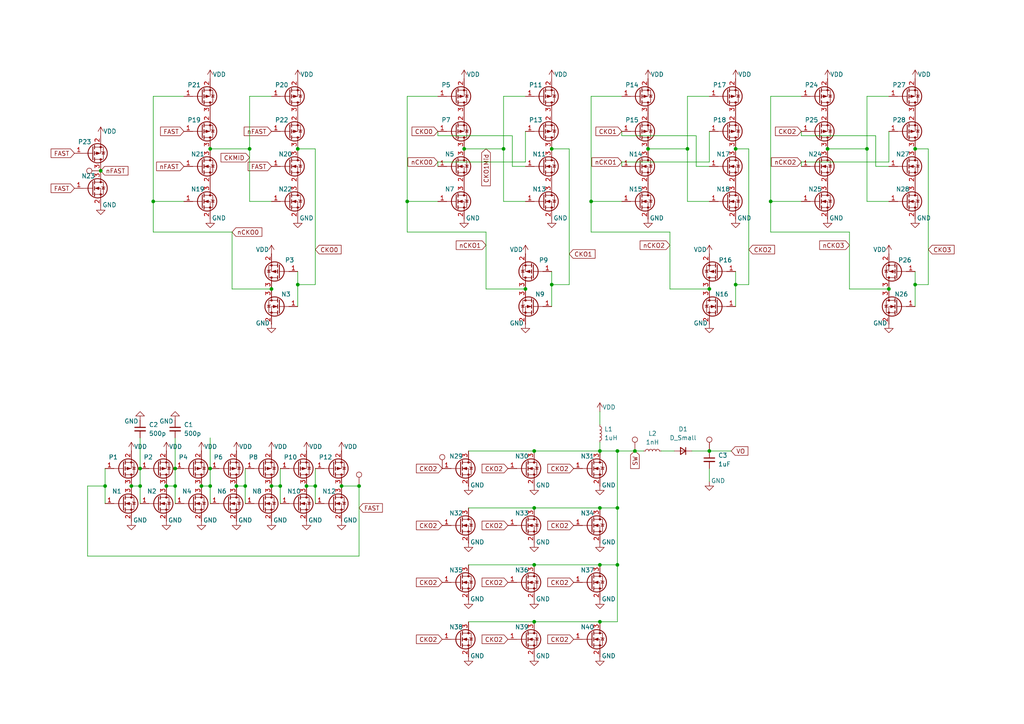
<source format=kicad_sch>
(kicad_sch (version 20250114) (generator "eeschema") (generator_version "9.0")
  (paper "A4")
  (junction (at 173.99 163.83))
  (junction (at 118.11 58.42))
  (junction (at 71.12 140.97))
  (junction (at 72.39 43.18))
  (junction (at 60.96 135.89))
  (junction (at 60.96 140.97))
  (junction (at 179.07 163.83))
  (junction (at 205.74 130.81))
  (junction (at 160.02 43.18))
  (junction (at 40.64 140.97))
  (junction (at 160.02 82.55))
  (junction (at 223.52 58.42))
  (junction (at 154.94 180.34))
  (junction (at 257.81 83.82))
  (junction (at 251.46 43.18))
  (junction (at 265.43 82.55))
  (junction (at 205.74 83.82))
  (junction (at 60.96 43.18))
  (junction (at 213.36 82.55))
  (junction (at 171.45 58.42))
  (junction (at 173.99 147.32))
  (junction (at 146.05 43.18))
  (junction (at 88.9 140.97))
  (junction (at 50.8 135.89))
  (junction (at 38.1 140.97))
  (junction (at 152.4 83.82))
  (junction (at 86.36 43.18))
  (junction (at 154.94 147.32))
  (junction (at 40.64 135.89))
  (junction (at 48.26 140.97))
  (junction (at 173.99 130.81))
  (junction (at 154.94 130.81))
  (junction (at 154.94 163.83))
  (junction (at 81.28 140.97))
  (junction (at 99.06 140.97))
  (junction (at 78.74 140.97))
  (junction (at 29.21 49.53))
  (junction (at 179.07 130.81))
  (junction (at 44.45 58.42))
  (junction (at 86.36 82.55))
  (junction (at 265.43 43.18))
  (junction (at 240.03 43.18))
  (junction (at 184.15 130.81))
  (junction (at 187.96 43.18))
  (junction (at 179.07 147.32))
  (junction (at 134.62 43.18))
  (junction (at 104.14 140.97))
  (junction (at 91.44 140.97))
  (junction (at 213.36 43.18))
  (junction (at 199.39 43.18))
  (junction (at 78.74 83.82))
  (junction (at 30.48 140.97))
  (junction (at 58.42 140.97))
  (junction (at 173.99 180.34))
  (junction (at 50.8 140.97))
  (junction (at 68.58 140.97))
  (wire (pts (xy 205.74 38.1) (xy 205.74 46.99)))
  (wire (pts (xy 213.36 82.55) (xy 217.17 82.55)))
  (wire (pts (xy 257.81 46.99) (xy 232.41 46.99)))
  (wire (pts (xy 251.46 43.18) (xy 251.46 58.42)))
  (wire (pts (xy 86.36 78.74) (xy 86.36 82.55)))
  (wire (pts (xy 50.8 135.89) (xy 50.8 140.97)))
  (wire (pts (xy 44.45 27.94) (xy 44.45 58.42)))
  (wire (pts (xy 254 48.26) (xy 257.81 48.26)))
  (wire (pts (xy 146.05 43.18) (xy 146.05 58.42)))
  (wire (pts (xy 179.07 163.83) (xy 179.07 180.34)))
  (wire (pts (xy 25.4 161.29) (xy 104.14 161.29)))
  (wire (pts (xy 232.41 27.94) (xy 223.52 27.94)))
  (wire (pts (xy 173.99 119.38) (xy 173.99 123.19)))
  (wire (pts (xy 50.8 140.97) (xy 50.8 146.05)))
  (wire (pts (xy 160.02 82.55) (xy 165.1 82.55)))
  (wire (pts (xy 134.62 43.18) (xy 146.05 43.18)))
  (wire (pts (xy 265.43 82.55) (xy 265.43 88.9)))
  (wire (pts (xy 60.96 140.97) (xy 60.96 135.89)))
  (wire (pts (xy 160.02 82.55) (xy 160.02 88.9)))
  (wire (pts (xy 48.26 140.97) (xy 50.8 140.97)))
  (wire (pts (xy 50.8 127) (xy 50.8 135.89)))
  (wire (pts (xy 81.28 140.97) (xy 81.28 146.05)))
  (wire (pts (xy 269.24 43.18) (xy 269.24 82.55)))
  (wire (pts (xy 86.36 43.18) (xy 91.44 43.18)))
  (wire (pts (xy 201.93 48.26) (xy 205.74 48.26)))
  (wire (pts (xy 44.45 67.31) (xy 67.31 67.31)))
  (wire (pts (xy 25.4 140.97) (xy 25.4 161.29)))
  (wire (pts (xy 118.11 67.31) (xy 118.11 58.42)))
  (wire (pts (xy 135.89 180.34) (xy 154.94 180.34)))
  (wire (pts (xy 212.09 130.81) (xy 205.74 130.81)))
  (wire (pts (xy 104.14 140.97) (xy 104.14 161.29)))
  (wire (pts (xy 246.38 83.82) (xy 257.81 83.82)))
  (wire (pts (xy 194.31 83.82) (xy 205.74 83.82)))
  (wire (pts (xy 91.44 43.18) (xy 91.44 82.55)))
  (wire (pts (xy 30.48 135.89) (xy 30.48 140.97)))
  (wire (pts (xy 240.03 43.18) (xy 251.46 43.18)))
  (wire (pts (xy 187.96 43.18) (xy 199.39 43.18)))
  (wire (pts (xy 173.99 130.81) (xy 173.99 132.08)))
  (wire (pts (xy 184.15 130.81) (xy 186.69 130.81)))
  (wire (pts (xy 180.34 27.94) (xy 171.45 27.94)))
  (wire (pts (xy 60.96 43.18) (xy 72.39 43.18)))
  (wire (pts (xy 165.1 43.18) (xy 165.1 82.55)))
  (wire (pts (xy 154.94 147.32) (xy 173.99 147.32)))
  (wire (pts (xy 81.28 135.89) (xy 81.28 140.97)))
  (wire (pts (xy 68.58 140.97) (xy 71.12 140.97)))
  (wire (pts (xy 135.89 147.32) (xy 154.94 147.32)))
  (wire (pts (xy 232.41 46.99) (xy 232.41 48.26)))
  (wire (pts (xy 78.74 27.94) (xy 72.39 27.94)))
  (wire (pts (xy 194.31 67.31) (xy 194.31 83.82)))
  (wire (pts (xy 152.4 46.99) (xy 127 46.99)))
  (wire (pts (xy 72.39 27.94) (xy 72.39 43.18)))
  (wire (pts (xy 180.34 46.99) (xy 180.34 48.26)))
  (wire (pts (xy 118.11 27.94) (xy 118.11 58.42)))
  (wire (pts (xy 91.44 140.97) (xy 91.44 135.89)))
  (wire (pts (xy 180.34 38.1) (xy 180.34 39.37)))
  (wire (pts (xy 160.02 43.18) (xy 165.1 43.18)))
  (wire (pts (xy 118.11 67.31) (xy 140.97 67.31)))
  (wire (pts (xy 88.9 140.97) (xy 91.44 140.97)))
  (wire (pts (xy 99.06 140.97) (xy 104.14 140.97)))
  (wire (pts (xy 199.39 58.42) (xy 205.74 58.42)))
  (wire (pts (xy 60.96 140.97) (xy 60.96 146.05)))
  (wire (pts (xy 223.52 27.94) (xy 223.52 58.42)))
  (wire (pts (xy 173.99 130.81) (xy 179.07 130.81)))
  (wire (pts (xy 152.4 27.94) (xy 146.05 27.94)))
  (wire (pts (xy 127 46.99) (xy 127 48.26)))
  (wire (pts (xy 205.74 139.7) (xy 205.74 135.89)))
  (wire (pts (xy 135.89 163.83) (xy 154.94 163.83)))
  (wire (pts (xy 148.59 48.26) (xy 152.4 48.26)))
  (wire (pts (xy 118.11 58.42) (xy 127 58.42)))
  (wire (pts (xy 154.94 163.83) (xy 173.99 163.83)))
  (wire (pts (xy 140.97 67.31) (xy 140.97 83.82)))
  (wire (pts (xy 173.99 128.27) (xy 173.99 130.81)))
  (wire (pts (xy 265.43 82.55) (xy 269.24 82.55)))
  (wire (pts (xy 179.07 130.81) (xy 184.15 130.81)))
  (wire (pts (xy 171.45 67.31) (xy 194.31 67.31)))
  (wire (pts (xy 171.45 27.94) (xy 171.45 58.42)))
  (wire (pts (xy 152.4 38.1) (xy 152.4 46.99)))
  (wire (pts (xy 217.17 43.18) (xy 217.17 82.55)))
  (wire (pts (xy 58.42 140.97) (xy 60.96 140.97)))
  (wire (pts (xy 232.41 39.37) (xy 254 39.37)))
  (wire (pts (xy 127 38.1) (xy 127 39.37)))
  (wire (pts (xy 154.94 130.81) (xy 173.99 130.81)))
  (wire (pts (xy 171.45 58.42) (xy 180.34 58.42)))
  (wire (pts (xy 38.1 140.97) (xy 40.64 140.97)))
  (wire (pts (xy 254 39.37) (xy 254 48.26)))
  (wire (pts (xy 213.36 82.55) (xy 213.36 88.9)))
  (wire (pts (xy 86.36 82.55) (xy 86.36 88.9)))
  (wire (pts (xy 171.45 67.31) (xy 171.45 58.42)))
  (wire (pts (xy 140.97 83.82) (xy 152.4 83.82)))
  (wire (pts (xy 44.45 67.31) (xy 44.45 58.42)))
  (wire (pts (xy 78.74 140.97) (xy 81.28 140.97)))
  (wire (pts (xy 146.05 27.94) (xy 146.05 43.18)))
  (wire (pts (xy 160.02 78.74) (xy 160.02 82.55)))
  (wire (pts (xy 191.77 130.81) (xy 195.58 130.81)))
  (wire (pts (xy 60.96 127) (xy 60.96 135.89)))
  (wire (pts (xy 232.41 38.1) (xy 232.41 39.37)))
  (wire (pts (xy 72.39 58.42) (xy 78.74 58.42)))
  (wire (pts (xy 67.31 83.82) (xy 78.74 83.82)))
  (wire (pts (xy 71.12 140.97) (xy 71.12 146.05)))
  (wire (pts (xy 223.52 67.31) (xy 223.52 58.42)))
  (wire (pts (xy 127 39.37) (xy 148.59 39.37)))
  (wire (pts (xy 251.46 58.42) (xy 257.81 58.42)))
  (wire (pts (xy 179.07 147.32) (xy 179.07 163.83)))
  (wire (pts (xy 205.74 46.99) (xy 180.34 46.99)))
  (wire (pts (xy 205.74 27.94) (xy 199.39 27.94)))
  (wire (pts (xy 201.93 39.37) (xy 201.93 48.26)))
  (wire (pts (xy 223.52 67.31) (xy 246.38 67.31)))
  (wire (pts (xy 40.64 140.97) (xy 40.64 135.89)))
  (wire (pts (xy 44.45 58.42) (xy 53.34 58.42)))
  (wire (pts (xy 199.39 43.18) (xy 199.39 58.42)))
  (wire (pts (xy 199.39 27.94) (xy 199.39 43.18)))
  (wire (pts (xy 213.36 43.18) (xy 217.17 43.18)))
  (wire (pts (xy 148.59 39.37) (xy 148.59 48.26)))
  (wire (pts (xy 40.64 127) (xy 40.64 135.89)))
  (wire (pts (xy 30.48 140.97) (xy 30.48 146.05)))
  (wire (pts (xy 67.31 67.31) (xy 67.31 83.82)))
  (wire (pts (xy 223.52 58.42) (xy 232.41 58.42)))
  (wire (pts (xy 265.43 78.74) (xy 265.43 82.55)))
  (wire (pts (xy 71.12 140.97) (xy 71.12 135.89)))
  (wire (pts (xy 173.99 147.32) (xy 179.07 147.32)))
  (wire (pts (xy 257.81 38.1) (xy 257.81 46.99)))
  (wire (pts (xy 173.99 180.34) (xy 179.07 180.34)))
  (wire (pts (xy 30.48 140.97) (xy 25.4 140.97)))
  (wire (pts (xy 135.89 130.81) (xy 154.94 130.81)))
  (wire (pts (xy 146.05 58.42) (xy 152.4 58.42)))
  (wire (pts (xy 180.34 39.37) (xy 201.93 39.37)))
  (wire (pts (xy 86.36 82.55) (xy 91.44 82.55)))
  (wire (pts (xy 205.74 130.81) (xy 200.66 130.81)))
  (wire (pts (xy 173.99 163.83) (xy 179.07 163.83)))
  (wire (pts (xy 257.81 27.94) (xy 251.46 27.94)))
  (wire (pts (xy 40.64 140.97) (xy 40.64 146.05)))
  (wire (pts (xy 251.46 27.94) (xy 251.46 43.18)))
  (wire (pts (xy 53.34 27.94) (xy 44.45 27.94)))
  (wire (pts (xy 179.07 130.81) (xy 179.07 147.32)))
  (wire (pts (xy 246.38 67.31) (xy 246.38 83.82)))
  (wire (pts (xy 127 27.94) (xy 118.11 27.94)))
  (wire (pts (xy 265.43 43.18) (xy 269.24 43.18)))
  (wire (pts (xy 72.39 43.18) (xy 72.39 58.42)))
  (wire (pts (xy 154.94 180.34) (xy 173.99 180.34)))
  (wire (pts (xy 213.36 78.74) (xy 213.36 82.55)))
  (wire (pts (xy 91.44 140.97) (xy 91.44 146.05)))
  (global_label "CKO2" (shape input) (at 232.41 38.1 180) (property "Intersheetrefs" "${INTERSHEET_REFS}" (effects (hide yes))))
  (global_label "CKO2" (shape input) (at 166.37 135.89 180) (property "Intersheetrefs" "${INTERSHEET_REFS}" (effects (hide yes))))
  (global_label "CKO2" (shape input) (at 147.32 135.89 180) (property "Intersheetrefs" "${INTERSHEET_REFS}" (effects (hide yes))))
  (global_label "CKO2" (shape input) (at 147.32 185.42 180) (property "Intersheetrefs" "${INTERSHEET_REFS}" (effects (hide yes))))
  (global_label "nCKO0" (shape input) (at 67.31 67.31 0) (property "Intersheetrefs" "${INTERSHEET_REFS}" (effects (hide yes))))
  (global_label "nFAST" (shape input) (at 29.21 49.53 0) (property "Intersheetrefs" "${INTERSHEET_REFS}" (effects (hide yes))))
  (global_label "FAST" (shape input) (at 104.14 147.32 0) (property "Intersheetrefs" "${INTERSHEET_REFS}" (effects (hide yes))))
  (global_label "CKO0" (shape input) (at 127 38.1 180) (property "Intersheetrefs" "${INTERSHEET_REFS}" (effects (hide yes))))
  (global_label "CKO2" (shape input) (at 128.27 185.42 180) (property "Intersheetrefs" "${INTERSHEET_REFS}" (effects (hide yes))))
  (global_label "CKO2" (shape input) (at 166.37 185.42 180) (property "Intersheetrefs" "${INTERSHEET_REFS}" (effects (hide yes))))
  (global_label "nCKO2" (shape input) (at 194.31 71.12 180) (property "Intersheetrefs" "${INTERSHEET_REFS}" (effects (hide yes))))
  (global_label "nCKO2" (shape input) (at 232.41 46.99 180) (property "Intersheetrefs" "${INTERSHEET_REFS}" (effects (hide yes))))
  (global_label "FAST" (shape input) (at 21.59 54.61 180) (property "Intersheetrefs" "${INTERSHEET_REFS}" (effects (hide yes))))
  (global_label "CKMID" (shape input) (at 72.39 45.72 180) (property "Intersheetrefs" "${INTERSHEET_REFS}" (effects (hide yes))))
  (global_label "CKO2" (shape input) (at 128.27 152.4 180) (property "Intersheetrefs" "${INTERSHEET_REFS}" (effects (hide yes))))
  (global_label "FAST" (shape input) (at 78.74 48.26 180) (property "Intersheetrefs" "${INTERSHEET_REFS}" (effects (hide yes))))
  (global_label "CKO2" (shape input) (at 128.27 168.91 180) (property "Intersheetrefs" "${INTERSHEET_REFS}" (effects (hide yes))))
  (global_label "CKO1" (shape input) (at 165.1 73.66 0) (property "Intersheetrefs" "${INTERSHEET_REFS}" (effects (hide yes))))
  (global_label "CKO2" (shape input) (at 128.27 135.89 180) (property "Intersheetrefs" "${INTERSHEET_REFS}" (effects (hide yes))))
  (global_label "CKO3" (shape input) (at 269.24 72.39 0) (property "Intersheetrefs" "${INTERSHEET_REFS}" (effects (hide yes))))
  (global_label "SW" (shape input) (at 184.15 130.81 270) (property "Intersheetrefs" "${INTERSHEET_REFS}" (effects (hide yes))))
  (global_label "CKO1" (shape input) (at 180.34 38.1 180) (property "Intersheetrefs" "${INTERSHEET_REFS}" (effects (hide yes))))
  (global_label "nCKO1" (shape input) (at 140.97 71.12 180) (property "Intersheetrefs" "${INTERSHEET_REFS}" (effects (hide yes))))
  (global_label "nCKO3" (shape input) (at 246.38 71.12 180) (property "Intersheetrefs" "${INTERSHEET_REFS}" (effects (hide yes))))
  (global_label "CKO2" (shape input) (at 147.32 152.4 180) (property "Intersheetrefs" "${INTERSHEET_REFS}" (effects (hide yes))))
  (global_label "CKO1Mid" (shape input) (at 140.97 43.18 270) (property "Intersheetrefs" "${INTERSHEET_REFS}" (effects (hide yes))))
  (global_label "CKO2" (shape input) (at 166.37 152.4 180) (property "Intersheetrefs" "${INTERSHEET_REFS}" (effects (hide yes))))
  (global_label "FAST" (shape input) (at 53.34 38.1 180) (property "Intersheetrefs" "${INTERSHEET_REFS}" (effects (hide yes))))
  (global_label "nCKO0" (shape input) (at 127 46.99 180) (property "Intersheetrefs" "${INTERSHEET_REFS}" (effects (hide yes))))
  (global_label "nFAST" (shape input) (at 78.74 38.1 180) (property "Intersheetrefs" "${INTERSHEET_REFS}" (effects (hide yes))))
  (global_label "CKO0" (shape input) (at 91.44 72.39 0) (property "Intersheetrefs" "${INTERSHEET_REFS}" (effects (hide yes))))
  (global_label "FAST" (shape input) (at 21.59 44.45 180) (property "Intersheetrefs" "${INTERSHEET_REFS}" (effects (hide yes))))
  (global_label "CKO2" (shape input) (at 147.32 168.91 180) (property "Intersheetrefs" "${INTERSHEET_REFS}" (effects (hide yes))))
  (global_label "VO" (shape input) (at 212.09 130.81 0) (property "Intersheetrefs" "${INTERSHEET_REFS}" (effects (hide yes))))
  (global_label "nFAST" (shape input) (at 53.34 48.26 180) (property "Intersheetrefs" "${INTERSHEET_REFS}" (effects (hide yes))))
  (global_label "nCKO1" (shape input) (at 180.34 46.99 180) (property "Intersheetrefs" "${INTERSHEET_REFS}" (effects (hide yes))))
  (global_label "CKO2" (shape input) (at 217.17 72.39 0) (property "Intersheetrefs" "${INTERSHEET_REFS}" (effects (hide yes))))
  (global_label "CKO2" (shape input) (at 166.37 168.91 180) (property "Intersheetrefs" "${INTERSHEET_REFS}" (effects (hide yes))))
  (symbol (lib_id "Device:Q_PMOS_GSD") (at 208.28 78.74 180) (unit 1)
    (property "Reference" "P16" (at 212.344 75.438 0) (effects (justify left)))
    (property "Value" "RZM001P02T2L" (effects (hide yes)))
    (property "Footprint" "cnhardware:SOT-723-COMPACTP" (effects (hide yes)))
    (property "Description" "P-MOSFET transistor, gate/source/drain" (effects (hide yes)))
    (property "LCSC" "C308762" (effects (hide yes)))
    (property "Sim.Device" "PMOS" (effects (hide yes)))
    (property "Sim.Type" "VDMOS" (effects (hide yes)))
    (property "Sim.Pins" "1=G 2=S 3=D" (effects (hide yes)))
  )
  (symbol (lib_id "Device:Q_NMOS_GSD") (at 133.35 185.42 0) (unit 1)
    (property "Reference" "N38" (at 130.302 181.864 0) (effects (justify left)))
    (property "Value" "2SK3541" (effects (hide yes)))
    (property "Footprint" "cnhardware:SOT-723-COMPACT" (effects (hide yes)))
    (property "Description" "N-MOSFET transistor, gate/source/drain" (effects (hide yes)))
    (property "LCSC" "C42402303" (effects (hide yes)))
    (property "Sim.Device" "NMOS" (effects (hide yes)))
    (property "Sim.Type" "VDMOS" (effects (hide yes)))
    (property "Sim.Pins" "1=G 2=S 3=D" (effects (hide yes)))
  )
  (symbol (lib_id "Device:Q_NMOS_GSD") (at 45.72 146.05 0) (unit 1)
    (property "Reference" "N2" (at 42.672 142.494 0) (effects (justify left)))
    (property "Value" "2SK3541" (effects (hide yes)))
    (property "Footprint" "cnhardware:SOT-723-COMPACT" (effects (hide yes)))
    (property "Description" "N-MOSFET transistor, gate/source/drain" (effects (hide yes)))
    (property "LCSC" "C42402303" (effects (hide yes)))
    (property "Sim.Device" "NMOS" (effects (hide yes)))
    (property "Sim.Type" "VDMOS" (effects (hide yes)))
    (property "Sim.Pins" "1=G 2=S 3=D" (effects (hide yes)))
  )
  (symbol (lib_id "Device:Q_PMOS_GSD") (at 185.42 38.1 0) (mirror x) (unit 1)
    (property "Reference" "P15" (at 181.356 34.798 0) (effects (justify left)))
    (property "Value" "RZM001P02T2L" (effects (hide yes)))
    (property "Footprint" "cnhardware:SOT-723-COMPACTP" (effects (hide yes)))
    (property "Description" "P-MOSFET transistor, gate/source/drain" (effects (hide yes)))
    (property "LCSC" "C308762" (effects (hide yes)))
    (property "Sim.Device" "PMOS" (effects (hide yes)))
    (property "Sim.Type" "VDMOS" (effects (hide yes)))
    (property "Sim.Pins" "1=G 2=S 3=D" (effects (hide yes)))
  )
  (symbol (lib_id "power:VDD") (at 152.4 73.66 0) (mirror y) (unit 1)
    (property "Reference" "#PWR09" (effects (hide yes)))
    (property "Value" "VDD" (at 147.828 72.39 0) (effects (justify right)))
    (property "Description" "Power symbol creates a global label with name \"VDD\"" (effects (hide yes)))
  )
  (symbol (lib_id "power:GND") (at 78.74 93.98 0) (mirror y) (unit 1)
    (property "Reference" "#PWR02" (effects (hide yes)))
    (property "Value" "GND" (at 76.2 93.726 0))
    (property "Description" "Power symbol creates a global label with name \"GND\" , ground" (effects (hide yes)))
  )
  (symbol (lib_id "Device:Q_NMOS_GSD") (at 55.88 146.05 0) (unit 1)
    (property "Reference" "N4" (at 52.832 142.494 0) (effects (justify left)))
    (property "Value" "2SK3541" (effects (hide yes)))
    (property "Footprint" "cnhardware:SOT-723-COMPACT" (effects (hide yes)))
    (property "Description" "N-MOSFET transistor, gate/source/drain" (effects (hide yes)))
    (property "LCSC" "C42402303" (effects (hide yes)))
    (property "Sim.Device" "NMOS" (effects (hide yes)))
    (property "Sim.Type" "VDMOS" (effects (hide yes)))
    (property "Sim.Pins" "1=G 2=S 3=D" (effects (hide yes)))
  )
  (symbol (lib_id "Device:Q_NMOS_GSD") (at 86.36 146.05 0) (unit 1)
    (property "Reference" "N10" (at 83.312 142.494 0) (effects (justify left)))
    (property "Value" "2SK3541" (effects (hide yes)))
    (property "Footprint" "cnhardware:SOT-723-COMPACT" (effects (hide yes)))
    (property "Description" "N-MOSFET transistor, gate/source/drain" (effects (hide yes)))
    (property "LCSC" "C42402303" (effects (hide yes)))
    (property "Sim.Device" "NMOS" (effects (hide yes)))
    (property "Sim.Type" "VDMOS" (effects (hide yes)))
    (property "Sim.Pins" "1=G 2=S 3=D" (effects (hide yes)))
  )
  (symbol (lib_id "Device:Q_NMOS_GSD") (at 237.49 58.42 0) (unit 1)
    (property "Reference" "N25" (at 234.442 54.864 0) (effects (justify left)))
    (property "Value" "2SK3541" (effects (hide yes)))
    (property "Footprint" "cnhardware:SOT-723-COMPACT" (effects (hide yes)))
    (property "Description" "N-MOSFET transistor, gate/source/drain" (effects (hide yes)))
    (property "LCSC" "C42402303" (effects (hide yes)))
    (property "Sim.Device" "NMOS" (effects (hide yes)))
    (property "Sim.Type" "VDMOS" (effects (hide yes)))
    (property "Sim.Pins" "1=G 2=S 3=D" (effects (hide yes)))
  )
  (symbol (lib_id "Device:Q_PMOS_GSD") (at 210.82 38.1 0) (mirror x) (unit 1)
    (property "Reference" "P18" (at 206.756 34.798 0) (effects (justify left)))
    (property "Value" "RZM001P02T2L" (effects (hide yes)))
    (property "Footprint" "cnhardware:SOT-723-COMPACTP" (effects (hide yes)))
    (property "Description" "P-MOSFET transistor, gate/source/drain" (effects (hide yes)))
    (property "LCSC" "C308762" (effects (hide yes)))
    (property "Sim.Device" "PMOS" (effects (hide yes)))
    (property "Sim.Type" "VDMOS" (effects (hide yes)))
    (property "Sim.Pins" "1=G 2=S 3=D" (effects (hide yes)))
  )
  (symbol (lib_id "Device:Q_NMOS_GSD") (at 185.42 58.42 0) (unit 1)
    (property "Reference" "N15" (at 182.372 54.864 0) (effects (justify left)))
    (property "Value" "2SK3541" (effects (hide yes)))
    (property "Footprint" "cnhardware:SOT-723-COMPACT" (effects (hide yes)))
    (property "Description" "N-MOSFET transistor, gate/source/drain" (effects (hide yes)))
    (property "LCSC" "C42402303" (effects (hide yes)))
    (property "Sim.Device" "NMOS" (effects (hide yes)))
    (property "Sim.Type" "VDMOS" (effects (hide yes)))
    (property "Sim.Pins" "1=G 2=S 3=D" (effects (hide yes)))
  )
  (symbol (lib_id "power:GND") (at 152.4 93.98 0) (mirror y) (unit 1)
    (property "Reference" "#PWR010" (effects (hide yes)))
    (property "Value" "GND" (at 149.86 93.726 0))
    (property "Description" "Power symbol creates a global label with name \"GND\" , ground" (effects (hide yes)))
  )
  (symbol (lib_id "Device:Q_NMOS_GSD") (at 237.49 48.26 0) (unit 1)
    (property "Reference" "N24" (at 234.442 44.704 0) (effects (justify left)))
    (property "Value" "2SK3541" (effects (hide yes)))
    (property "Footprint" "cnhardware:SOT-723-COMPACT" (effects (hide yes)))
    (property "Description" "N-MOSFET transistor, gate/source/drain" (effects (hide yes)))
    (property "LCSC" "C42402303" (effects (hide yes)))
    (property "Sim.Device" "NMOS" (effects (hide yes)))
    (property "Sim.Type" "VDMOS" (effects (hide yes)))
    (property "Sim.Pins" "1=G 2=S 3=D" (effects (hide yes)))
  )
  (symbol (lib_id "power:GND") (at 99.06 151.13 0) (unit 1)
    (property "Reference" "#PWR034" (effects (hide yes)))
    (property "Value" "GND" (at 101.6 150.876 0))
    (property "Description" "Power symbol creates a global label with name \"GND\" , ground" (effects (hide yes)))
  )
  (symbol (lib_id "Device:C_Small") (at 50.8 124.46 0) (unit 1)
    (property "Reference" "C1" (at 53.34 123.1962 0) (effects (justify left)))
    (property "Value" "500p" (at 53.34 125.7362 0) (effects (justify left)))
    (property "Description" "Unpolarized capacitor, small symbol" (effects (hide yes)))
  )
  (symbol (lib_id "power:GND") (at 135.89 140.97 0) (unit 1)
    (property "Reference" "#PWR037" (effects (hide yes)))
    (property "Value" "GND" (at 138.43 140.716 0))
    (property "Description" "Power symbol creates a global label with name \"GND\" , ground" (effects (hide yes)))
  )
  (symbol (lib_id "Device:Q_PMOS_GSD") (at 81.28 78.74 180) (unit 1)
    (property "Reference" "P3" (at 85.344 75.438 0) (effects (justify left)))
    (property "Value" "RZM001P02T2L" (effects (hide yes)))
    (property "Footprint" "cnhardware:SOT-723-COMPACTP" (effects (hide yes)))
    (property "Description" "P-MOSFET transistor, gate/source/drain" (effects (hide yes)))
    (property "LCSC" "C308762" (effects (hide yes)))
    (property "Sim.Device" "PMOS" (effects (hide yes)))
    (property "Sim.Type" "VDMOS" (effects (hide yes)))
    (property "Sim.Pins" "1=G 2=S 3=D" (effects (hide yes)))
  )
  (symbol (lib_id "power:VDD") (at 173.99 119.38 0) (unit 1)
    (property "Reference" "#PWR038" (effects (hide yes)))
    (property "Value" "VDD" (at 178.562 118.11 0) (effects (justify right)))
    (property "Description" "Power symbol creates a global label with name \"VDD\"" (effects (hide yes)))
  )
  (symbol (lib_id "power:GND") (at 40.64 121.92 180) (unit 1)
    (property "Reference" "#PWR026" (effects (hide yes)))
    (property "Value" "GND" (at 38.1 122.174 0))
    (property "Description" "Power symbol creates a global label with name \"GND\" , ground" (effects (hide yes)))
  )
  (symbol (lib_id "Device:Q_NMOS_GSD") (at 66.04 146.05 0) (unit 1)
    (property "Reference" "N6" (at 62.992 142.494 0) (effects (justify left)))
    (property "Value" "2SK3541" (effects (hide yes)))
    (property "Footprint" "cnhardware:SOT-723-COMPACT" (effects (hide yes)))
    (property "Description" "N-MOSFET transistor, gate/source/drain" (effects (hide yes)))
    (property "LCSC" "C42402303" (effects (hide yes)))
    (property "Sim.Device" "NMOS" (effects (hide yes)))
    (property "Sim.Type" "VDMOS" (effects (hide yes)))
    (property "Sim.Pins" "1=G 2=S 3=D" (effects (hide yes)))
  )
  (symbol (lib_id "Device:Q_PMOS_GSD") (at 66.04 135.89 0) (mirror x) (unit 1)
    (property "Reference" "P6" (at 61.976 132.588 0) (effects (justify left)))
    (property "Value" "RZM001P02T2L" (effects (hide yes)))
    (property "Footprint" "cnhardware:SOT-723-COMPACTP" (effects (hide yes)))
    (property "Description" "P-MOSFET transistor, gate/source/drain" (effects (hide yes)))
    (property "LCSC" "C308762" (effects (hide yes)))
    (property "Sim.Device" "PMOS" (effects (hide yes)))
    (property "Sim.Type" "VDMOS" (effects (hide yes)))
    (property "Sim.Pins" "1=G 2=S 3=D" (effects (hide yes)))
  )
  (symbol (lib_id "Device:Q_PMOS_GSD") (at 262.89 38.1 0) (mirror x) (unit 1)
    (property "Reference" "P28" (at 258.826 34.798 0) (effects (justify left)))
    (property "Value" "RZM001P02T2L" (effects (hide yes)))
    (property "Footprint" "cnhardware:SOT-723-COMPACTP" (effects (hide yes)))
    (property "Description" "P-MOSFET transistor, gate/source/drain" (effects (hide yes)))
    (property "LCSC" "C308762" (effects (hide yes)))
    (property "Sim.Device" "PMOS" (effects (hide yes)))
    (property "Sim.Type" "VDMOS" (effects (hide yes)))
    (property "Sim.Pins" "1=G 2=S 3=D" (effects (hide yes)))
  )
  (symbol (lib_id "power:GND") (at 68.58 151.13 0) (unit 1)
    (property "Reference" "#PWR018" (effects (hide yes)))
    (property "Value" "GND" (at 71.12 150.876 0))
    (property "Description" "Power symbol creates a global label with name \"GND\" , ground" (effects (hide yes)))
  )
  (symbol (lib_id "Device:Q_NMOS_GSD") (at 262.89 48.26 0) (unit 1)
    (property "Reference" "N27" (at 259.842 44.704 0) (effects (justify left)))
    (property "Value" "2SK3541" (effects (hide yes)))
    (property "Footprint" "cnhardware:SOT-723-COMPACT" (effects (hide yes)))
    (property "Description" "N-MOSFET transistor, gate/source/drain" (effects (hide yes)))
    (property "LCSC" "C42402303" (effects (hide yes)))
    (property "Sim.Device" "NMOS" (effects (hide yes)))
    (property "Sim.Type" "VDMOS" (effects (hide yes)))
    (property "Sim.Pins" "1=G 2=S 3=D" (effects (hide yes)))
  )
  (symbol (lib_id "Device:Q_NMOS_GSD") (at 171.45 185.42 0) (unit 1)
    (property "Reference" "N40" (at 168.402 181.864 0) (effects (justify left)))
    (property "Value" "2SK3541" (effects (hide yes)))
    (property "Footprint" "cnhardware:SOT-723-COMPACT" (effects (hide yes)))
    (property "Description" "N-MOSFET transistor, gate/source/drain" (effects (hide yes)))
    (property "LCSC" "C42402303" (effects (hide yes)))
    (property "Sim.Device" "NMOS" (effects (hide yes)))
    (property "Sim.Type" "VDMOS" (effects (hide yes)))
    (property "Sim.Pins" "1=G 2=S 3=D" (effects (hide yes)))
  )
  (symbol (lib_id "power:GND") (at 78.74 151.13 0) (unit 1)
    (property "Reference" "#PWR023" (effects (hide yes)))
    (property "Value" "GND" (at 81.28 150.876 0))
    (property "Description" "Power symbol creates a global label with name \"GND\" , ground" (effects (hide yes)))
  )
  (symbol (lib_id "Device:Q_PMOS_GSD") (at 262.89 27.94 0) (mirror x) (unit 1)
    (property "Reference" "P27" (at 258.826 24.638 0) (effects (justify left)))
    (property "Value" "RZM001P02T2L" (effects (hide yes)))
    (property "Footprint" "cnhardware:SOT-723-COMPACTP" (effects (hide yes)))
    (property "Description" "P-MOSFET transistor, gate/source/drain" (effects (hide yes)))
    (property "LCSC" "C308762" (effects (hide yes)))
    (property "Sim.Device" "PMOS" (effects (hide yes)))
    (property "Sim.Type" "VDMOS" (effects (hide yes)))
    (property "Sim.Pins" "1=G 2=S 3=D" (effects (hide yes)))
  )
  (symbol (lib_id "Device:Q_NMOS_GSD") (at 133.35 168.91 0) (unit 1)
    (property "Reference" "N35" (at 130.302 165.354 0) (effects (justify left)))
    (property "Value" "2SK3541" (effects (hide yes)))
    (property "Footprint" "cnhardware:SOT-723-COMPACT" (effects (hide yes)))
    (property "Description" "N-MOSFET transistor, gate/source/drain" (effects (hide yes)))
    (property "LCSC" "C42402303" (effects (hide yes)))
    (property "Sim.Device" "NMOS" (effects (hide yes)))
    (property "Sim.Type" "VDMOS" (effects (hide yes)))
    (property "Sim.Pins" "1=G 2=S 3=D" (effects (hide yes)))
  )
  (symbol (lib_id "power:VDD") (at 257.81 73.66 0) (mirror y) (unit 1)
    (property "Reference" "#PWR031" (effects (hide yes)))
    (property "Value" "VDD" (at 253.238 72.39 0) (effects (justify right)))
    (property "Description" "Power symbol creates a global label with name \"VDD\"" (effects (hide yes)))
  )
  (symbol (lib_id "Device:C_Small") (at 205.74 133.35 0) (unit 1)
    (property "Reference" "C3" (at 208.28 132.0862 0) (effects (justify left)))
    (property "Value" "1uF" (at 208.28 134.6262 0) (effects (justify left)))
    (property "Description" "Unpolarized capacitor, small symbol" (effects (hide yes)))
  )
  (symbol (lib_id "Device:Q_NMOS_GSD") (at 83.82 48.26 0) (unit 1)
    (property "Reference" "N20" (at 80.772 44.704 0) (effects (justify left)))
    (property "Value" "2SK3541" (effects (hide yes)))
    (property "Footprint" "cnhardware:SOT-723-COMPACT" (effects (hide yes)))
    (property "Description" "N-MOSFET transistor, gate/source/drain" (effects (hide yes)))
    (property "LCSC" "C42402303" (effects (hide yes)))
    (property "Sim.Device" "NMOS" (effects (hide yes)))
    (property "Sim.Type" "VDMOS" (effects (hide yes)))
    (property "Sim.Pins" "1=G 2=S 3=D" (effects (hide yes)))
  )
  (symbol (lib_id "Device:Q_NMOS_GSD") (at 81.28 88.9 0) (mirror y) (unit 1)
    (property "Reference" "N3" (at 84.328 85.344 0) (effects (justify left)))
    (property "Value" "2SK3541" (effects (hide yes)))
    (property "Footprint" "cnhardware:SOT-723-COMPACT" (effects (hide yes)))
    (property "Description" "N-MOSFET transistor, gate/source/drain" (effects (hide yes)))
    (property "LCSC" "C42402303" (effects (hide yes)))
    (property "Sim.Device" "NMOS" (effects (hide yes)))
    (property "Sim.Type" "VDMOS" (effects (hide yes)))
    (property "Sim.Pins" "1=G 2=S 3=D" (effects (hide yes)))
  )
  (symbol (lib_id "power:GND") (at 135.89 190.5 0) (unit 1)
    (property "Reference" "#PWR048" (effects (hide yes)))
    (property "Value" "GND" (at 138.43 190.246 0))
    (property "Description" "Power symbol creates a global label with name \"GND\" , ground" (effects (hide yes)))
  )
  (symbol (lib_id "power:GND") (at 240.03 63.5 0) (unit 1)
    (property "Reference" "#PWR030" (effects (hide yes)))
    (property "Value" "GND" (at 242.57 63.246 0))
    (property "Description" "Power symbol creates a global label with name \"GND\" , ground" (effects (hide yes)))
  )
  (symbol (lib_id "Device:Q_PMOS_GSD") (at 96.52 135.89 0) (mirror x) (unit 1)
    (property "Reference" "P12" (at 92.456 132.588 0) (effects (justify left)))
    (property "Value" "RZM001P02T2L" (effects (hide yes)))
    (property "Footprint" "cnhardware:SOT-723-COMPACTP" (effects (hide yes)))
    (property "Description" "P-MOSFET transistor, gate/source/drain" (effects (hide yes)))
    (property "LCSC" "C308762" (effects (hide yes)))
    (property "Sim.Device" "PMOS" (effects (hide yes)))
    (property "Sim.Type" "VDMOS" (effects (hide yes)))
    (property "Sim.Pins" "1=G 2=S 3=D" (effects (hide yes)))
  )
  (symbol (lib_id "power:VDD") (at 187.96 22.86 0) (unit 1)
    (property "Reference" "#PWR015" (effects (hide yes)))
    (property "Value" "VDD" (at 192.532 21.59 0) (effects (justify right)))
    (property "Description" "Power symbol creates a global label with name \"VDD\"" (effects (hide yes)))
  )
  (symbol (lib_id "Connector:TestPoint") (at 104.14 140.97 0) (unit 1) (in_bom no)
    (property "Reference" "TP5" (effects (hide yes)))
    (property "Value" "TP" (effects (hide yes)))
    (property "Footprint" "cnhardware:TPTHRU" (effects (hide yes)))
    (property "Description" "test point" (effects (hide yes)))
    (property "LCSC" "C25503131" (effects (hide yes)))
    (property "Sim.Device" "TP" (effects (hide yes)))
    (property "Sim.Params" "ROON" (effects (hide yes)))
  )
  (symbol (lib_id "power:GND") (at 154.94 157.48 0) (unit 1)
    (property "Reference" "#PWR043" (effects (hide yes)))
    (property "Value" "GND" (at 157.48 157.226 0))
    (property "Description" "Power symbol creates a global label with name \"GND\" , ground" (effects (hide yes)))
  )
  (symbol (lib_id "power:GND") (at 88.9 151.13 0) (unit 1)
    (property "Reference" "#PWR029" (effects (hide yes)))
    (property "Value" "GND" (at 91.44 150.876 0))
    (property "Description" "Power symbol creates a global label with name \"GND\" , ground" (effects (hide yes)))
  )
  (symbol (lib_id "Device:D_Small") (at 198.12 130.81 180) (unit 1)
    (property "Reference" "D1" (at 198.12 124.46 0))
    (property "Value" "D_Small" (at 198.12 127 0))
    (property "Description" "Diode, small symbol" (effects (hide yes)))
    (property "Sim.Device" "D" (effects (hide yes)))
    (property "Sim.Pins" "1=K 2=A" (effects (hide yes)))
  )
  (symbol (lib_id "Device:Q_PMOS_GSD") (at 76.2 135.89 0) (mirror x) (unit 1)
    (property "Reference" "P8" (at 72.136 132.588 0) (effects (justify left)))
    (property "Value" "RZM001P02T2L" (effects (hide yes)))
    (property "Footprint" "cnhardware:SOT-723-COMPACTP" (effects (hide yes)))
    (property "Description" "P-MOSFET transistor, gate/source/drain" (effects (hide yes)))
    (property "LCSC" "C308762" (effects (hide yes)))
    (property "Sim.Device" "PMOS" (effects (hide yes)))
    (property "Sim.Type" "VDMOS" (effects (hide yes)))
    (property "Sim.Pins" "1=G 2=S 3=D" (effects (hide yes)))
  )
  (symbol (lib_id "Device:Q_NMOS_GSD") (at 35.56 146.05 0) (unit 1)
    (property "Reference" "N1" (at 32.512 142.494 0) (effects (justify left)))
    (property "Value" "2SK3541" (effects (hide yes)))
    (property "Footprint" "cnhardware:SOT-723-COMPACT" (effects (hide yes)))
    (property "Description" "N-MOSFET transistor, gate/source/drain" (effects (hide yes)))
    (property "LCSC" "C42402303" (effects (hide yes)))
    (property "Sim.Device" "NMOS" (effects (hide yes)))
    (property "Sim.Type" "VDMOS" (effects (hide yes)))
    (property "Sim.Pins" "1=G 2=S 3=D" (effects (hide yes)))
  )
  (symbol (lib_id "power:VDD") (at 240.03 22.86 0) (unit 1)
    (property "Reference" "#PWR027" (effects (hide yes)))
    (property "Value" "VDD" (at 244.602 21.59 0) (effects (justify right)))
    (property "Description" "Power symbol creates a global label with name \"VDD\"" (effects (hide yes)))
  )
  (symbol (lib_id "Device:Q_NMOS_GSD") (at 96.52 146.05 0) (unit 1)
    (property "Reference" "N12" (at 93.472 142.494 0) (effects (justify left)))
    (property "Value" "2SK3541" (effects (hide yes)))
    (property "Footprint" "cnhardware:SOT-723-COMPACT" (effects (hide yes)))
    (property "Description" "N-MOSFET transistor, gate/source/drain" (effects (hide yes)))
    (property "LCSC" "C42402303" (effects (hide yes)))
    (property "Sim.Device" "NMOS" (effects (hide yes)))
    (property "Sim.Type" "VDMOS" (effects (hide yes)))
    (property "Sim.Pins" "1=G 2=S 3=D" (effects (hide yes)))
  )
  (symbol (lib_id "power:GND") (at 135.89 157.48 0) (unit 1)
    (property "Reference" "#PWR042" (effects (hide yes)))
    (property "Value" "GND" (at 138.43 157.226 0))
    (property "Description" "Power symbol creates a global label with name \"GND\" , ground" (effects (hide yes)))
  )
  (symbol (lib_id "Device:Q_NMOS_GSD") (at 185.42 48.26 0) (unit 1)
    (property "Reference" "N14" (at 182.372 44.704 0) (effects (justify left)))
    (property "Value" "2SK3541" (effects (hide yes)))
    (property "Footprint" "cnhardware:SOT-723-COMPACT" (effects (hide yes)))
    (property "Description" "N-MOSFET transistor, gate/source/drain" (effects (hide yes)))
    (property "LCSC" "C42402303" (effects (hide yes)))
    (property "Sim.Device" "NMOS" (effects (hide yes)))
    (property "Sim.Type" "VDMOS" (effects (hide yes)))
    (property "Sim.Pins" "1=G 2=S 3=D" (effects (hide yes)))
  )
  (symbol (lib_id "Device:Q_NMOS_GSD") (at 133.35 135.89 0) (unit 1)
    (property "Reference" "N29" (at 130.302 132.334 0) (effects (justify left)))
    (property "Value" "2SK3541" (effects (hide yes)))
    (property "Footprint" "cnhardware:SOT-723-COMPACT" (effects (hide yes)))
    (property "Description" "N-MOSFET transistor, gate/source/drain" (effects (hide yes)))
    (property "LCSC" "C42402303" (effects (hide yes)))
    (property "Sim.Device" "NMOS" (effects (hide yes)))
    (property "Sim.Type" "VDMOS" (effects (hide yes)))
    (property "Sim.Pins" "1=G 2=S 3=D" (effects (hide yes)))
  )
  (symbol (lib_id "Device:L_Small") (at 189.23 130.81 90) (unit 1)
    (property "Reference" "L2" (at 189.23 125.73 90))
    (property "Value" "1nH" (at 189.23 128.27 90))
    (property "Description" "Inductor, small symbol" (effects (hide yes)))
  )
  (symbol (lib_id "Device:Q_PMOS_GSD") (at 45.72 135.89 0) (mirror x) (unit 1)
    (property "Reference" "P2" (at 41.656 132.588 0) (effects (justify left)))
    (property "Value" "RZM001P02T2L" (effects (hide yes)))
    (property "Footprint" "cnhardware:SOT-723-COMPACTP" (effects (hide yes)))
    (property "Description" "P-MOSFET transistor, gate/source/drain" (effects (hide yes)))
    (property "LCSC" "C308762" (effects (hide yes)))
    (property "Sim.Device" "PMOS" (effects (hide yes)))
    (property "Sim.Type" "VDMOS" (effects (hide yes)))
    (property "Sim.Pins" "1=G 2=S 3=D" (effects (hide yes)))
  )
  (symbol (lib_id "power:VDD") (at 213.36 22.86 0) (unit 1)
    (property "Reference" "#PWR021" (effects (hide yes)))
    (property "Value" "VDD" (at 217.932 21.59 0) (effects (justify right)))
    (property "Description" "Power symbol creates a global label with name \"VDD\"" (effects (hide yes)))
  )
  (symbol (lib_id "Device:Q_NMOS_GSD") (at 260.35 88.9 0) (mirror y) (unit 1)
    (property "Reference" "N26" (at 263.398 85.344 0) (effects (justify left)))
    (property "Value" "2SK3541" (effects (hide yes)))
    (property "Footprint" "cnhardware:SOT-723-COMPACT" (effects (hide yes)))
    (property "Description" "N-MOSFET transistor, gate/source/drain" (effects (hide yes)))
    (property "LCSC" "C42402303" (effects (hide yes)))
    (property "Sim.Device" "NMOS" (effects (hide yes)))
    (property "Sim.Type" "VDMOS" (effects (hide yes)))
    (property "Sim.Pins" "1=G 2=S 3=D" (effects (hide yes)))
  )
  (symbol (lib_id "power:GND") (at 38.1 151.13 0) (unit 1)
    (property "Reference" "#PWR04" (effects (hide yes)))
    (property "Value" "GND" (at 40.64 150.876 0))
    (property "Description" "Power symbol creates a global label with name \"GND\" , ground" (effects (hide yes)))
  )
  (symbol (lib_id "power:VDD") (at 134.62 22.86 0) (unit 1)
    (property "Reference" "#PWR05" (effects (hide yes)))
    (property "Value" "VDD" (at 139.192 21.59 0) (effects (justify right)))
    (property "Description" "Power symbol creates a global label with name \"VDD\"" (effects (hide yes)))
  )
  (symbol (lib_id "Device:Q_NMOS_GSD") (at 262.89 58.42 0) (unit 1)
    (property "Reference" "N28" (at 259.842 54.864 0) (effects (justify left)))
    (property "Value" "2SK3541" (effects (hide yes)))
    (property "Footprint" "cnhardware:SOT-723-COMPACT" (effects (hide yes)))
    (property "Description" "N-MOSFET transistor, gate/source/drain" (effects (hide yes)))
    (property "LCSC" "C42402303" (effects (hide yes)))
    (property "Sim.Device" "NMOS" (effects (hide yes)))
    (property "Sim.Type" "VDMOS" (effects (hide yes)))
    (property "Sim.Pins" "1=G 2=S 3=D" (effects (hide yes)))
  )
  (symbol (lib_id "Device:Q_NMOS_GSD") (at 154.94 88.9 0) (mirror y) (unit 1)
    (property "Reference" "N9" (at 157.988 85.344 0) (effects (justify left)))
    (property "Value" "2SK3541" (effects (hide yes)))
    (property "Footprint" "cnhardware:SOT-723-COMPACT" (effects (hide yes)))
    (property "Description" "N-MOSFET transistor, gate/source/drain" (effects (hide yes)))
    (property "LCSC" "C42402303" (effects (hide yes)))
    (property "Sim.Device" "NMOS" (effects (hide yes)))
    (property "Sim.Type" "VDMOS" (effects (hide yes)))
    (property "Sim.Pins" "1=G 2=S 3=D" (effects (hide yes)))
  )
  (symbol (lib_id "power:GND") (at 48.26 151.13 0) (unit 1)
    (property "Reference" "#PWR07" (effects (hide yes)))
    (property "Value" "GND" (at 50.8 150.876 0))
    (property "Description" "Power symbol creates a global label with name \"GND\" , ground" (effects (hide yes)))
  )
  (symbol (lib_id "Device:Q_NMOS_GSD") (at 26.67 54.61 0) (unit 1)
    (property "Reference" "N23" (at 23.622 51.054 0) (effects (justify left)))
    (property "Value" "2SK3541" (effects (hide yes)))
    (property "Footprint" "cnhardware:SOT-723-COMPACT" (effects (hide yes)))
    (property "Description" "N-MOSFET transistor, gate/source/drain" (effects (hide yes)))
    (property "LCSC" "C42402303" (effects (hide yes)))
    (property "Sim.Device" "NMOS" (effects (hide yes)))
    (property "Sim.Type" "VDMOS" (effects (hide yes)))
    (property "Sim.Pins" "1=G 2=S 3=D" (effects (hide yes)))
  )
  (symbol (lib_id "Device:Q_NMOS_GSD") (at 208.28 88.9 0) (mirror y) (unit 1)
    (property "Reference" "N16" (at 211.328 85.344 0) (effects (justify left)))
    (property "Value" "2SK3541" (effects (hide yes)))
    (property "Footprint" "cnhardware:SOT-723-COMPACT" (effects (hide yes)))
    (property "Description" "N-MOSFET transistor, gate/source/drain" (effects (hide yes)))
    (property "LCSC" "C42402303" (effects (hide yes)))
    (property "Sim.Device" "NMOS" (effects (hide yes)))
    (property "Sim.Type" "VDMOS" (effects (hide yes)))
    (property "Sim.Pins" "1=G 2=S 3=D" (effects (hide yes)))
  )
  (symbol (lib_id "power:VDD") (at 38.1 130.81 0) (unit 1)
    (property "Reference" "#PWR03" (effects (hide yes)))
    (property "Value" "VDD" (at 42.672 129.54 0) (effects (justify right)))
    (property "Description" "Power symbol creates a global label with name \"VDD\"" (effects (hide yes)))
  )
  (symbol (lib_id "Device:Q_PMOS_GSD") (at 132.08 27.94 0) (mirror x) (unit 1)
    (property "Reference" "P5" (at 128.016 24.638 0) (effects (justify left)))
    (property "Value" "RZM001P02T2L" (effects (hide yes)))
    (property "Footprint" "cnhardware:SOT-723-COMPACTP" (effects (hide yes)))
    (property "Description" "P-MOSFET transistor, gate/source/drain" (effects (hide yes)))
    (property "LCSC" "C308762" (effects (hide yes)))
    (property "Sim.Device" "PMOS" (effects (hide yes)))
    (property "Sim.Type" "VDMOS" (effects (hide yes)))
    (property "Sim.Pins" "1=G 2=S 3=D" (effects (hide yes)))
  )
  (symbol (lib_id "Connector:TestPoint") (at 205.74 130.81 0) (unit 1) (in_bom no)
    (property "Reference" "TP12" (effects (hide yes)))
    (property "Value" "TP" (effects (hide yes)))
    (property "Footprint" "cnhardware:TPTHRU" (effects (hide yes)))
    (property "Description" "test point" (effects (hide yes)))
    (property "LCSC" "C25503131" (effects (hide yes)))
    (property "Sim.Device" "TP" (effects (hide yes)))
    (property "Sim.Params" "ROON" (effects (hide yes)))
  )
  (symbol (lib_id "Device:Q_PMOS_GSD") (at 83.82 27.94 0) (mirror x) (unit 1)
    (property "Reference" "P20" (at 79.756 24.638 0) (effects (justify left)))
    (property "Value" "RZM001P02T2L" (effects (hide yes)))
    (property "Footprint" "cnhardware:SOT-723-COMPACTP" (effects (hide yes)))
    (property "Description" "P-MOSFET transistor, gate/source/drain" (effects (hide yes)))
    (property "LCSC" "C308762" (effects (hide yes)))
    (property "Sim.Device" "PMOS" (effects (hide yes)))
    (property "Sim.Type" "VDMOS" (effects (hide yes)))
    (property "Sim.Pins" "1=G 2=S 3=D" (effects (hide yes)))
  )
  (symbol (lib_id "power:VDD") (at 29.21 39.37 0) (unit 1)
    (property "Reference" "#PWR052" (effects (hide yes)))
    (property "Value" "VDD" (at 33.782 38.1 0) (effects (justify right)))
    (property "Description" "Power symbol creates a global label with name \"VDD\"" (effects (hide yes)))
  )
  (symbol (lib_id "Device:Q_NMOS_GSD") (at 210.82 48.26 0) (unit 1)
    (property "Reference" "N17" (at 207.772 44.704 0) (effects (justify left)))
    (property "Value" "2SK3541" (effects (hide yes)))
    (property "Footprint" "cnhardware:SOT-723-COMPACT" (effects (hide yes)))
    (property "Description" "N-MOSFET transistor, gate/source/drain" (effects (hide yes)))
    (property "LCSC" "C42402303" (effects (hide yes)))
    (property "Sim.Device" "NMOS" (effects (hide yes)))
    (property "Sim.Type" "VDMOS" (effects (hide yes)))
    (property "Sim.Pins" "1=G 2=S 3=D" (effects (hide yes)))
  )
  (symbol (lib_id "Device:Q_PMOS_GSD") (at 154.94 78.74 180) (unit 1)
    (property "Reference" "P9" (at 159.004 75.438 0) (effects (justify left)))
    (property "Value" "RZM001P02T2L" (effects (hide yes)))
    (property "Footprint" "cnhardware:SOT-723-COMPACTP" (effects (hide yes)))
    (property "Description" "P-MOSFET transistor, gate/source/drain" (effects (hide yes)))
    (property "LCSC" "C308762" (effects (hide yes)))
    (property "Sim.Device" "PMOS" (effects (hide yes)))
    (property "Sim.Type" "VDMOS" (effects (hide yes)))
    (property "Sim.Pins" "1=G 2=S 3=D" (effects (hide yes)))
  )
  (symbol (lib_id "Device:Q_PMOS_GSD") (at 58.42 27.94 0) (mirror x) (unit 1)
    (property "Reference" "P21" (at 54.356 24.638 0) (effects (justify left)))
    (property "Value" "RZM001P02T2L" (effects (hide yes)))
    (property "Footprint" "cnhardware:SOT-723-COMPACTP" (effects (hide yes)))
    (property "Description" "P-MOSFET transistor, gate/source/drain" (effects (hide yes)))
    (property "LCSC" "C308762" (effects (hide yes)))
    (property "Sim.Device" "PMOS" (effects (hide yes)))
    (property "Sim.Type" "VDMOS" (effects (hide yes)))
    (property "Sim.Pins" "1=G 2=S 3=D" (effects (hide yes)))
  )
  (symbol (lib_id "power:VDD") (at 48.26 130.81 0) (unit 1)
    (property "Reference" "#PWR06" (effects (hide yes)))
    (property "Value" "VDD" (at 52.832 129.54 0) (effects (justify right)))
    (property "Description" "Power symbol creates a global label with name \"VDD\"" (effects (hide yes)))
  )
  (symbol (lib_id "Device:Q_PMOS_GSD") (at 55.88 135.89 0) (mirror x) (unit 1)
    (property "Reference" "P4" (at 51.816 132.588 0) (effects (justify left)))
    (property "Value" "RZM001P02T2L" (effects (hide yes)))
    (property "Footprint" "cnhardware:SOT-723-COMPACTP" (effects (hide yes)))
    (property "Description" "P-MOSFET transistor, gate/source/drain" (effects (hide yes)))
    (property "LCSC" "C308762" (effects (hide yes)))
    (property "Sim.Device" "PMOS" (effects (hide yes)))
    (property "Sim.Type" "VDMOS" (effects (hide yes)))
    (property "Sim.Pins" "1=G 2=S 3=D" (effects (hide yes)))
  )
  (symbol (lib_id "Device:Q_NMOS_GSD") (at 83.82 58.42 0) (unit 1)
    (property "Reference" "N22" (at 80.772 54.864 0) (effects (justify left)))
    (property "Value" "2SK3541" (effects (hide yes)))
    (property "Footprint" "cnhardware:SOT-723-COMPACT" (effects (hide yes)))
    (property "Description" "N-MOSFET transistor, gate/source/drain" (effects (hide yes)))
    (property "LCSC" "C42402303" (effects (hide yes)))
    (property "Sim.Device" "NMOS" (effects (hide yes)))
    (property "Sim.Type" "VDMOS" (effects (hide yes)))
    (property "Sim.Pins" "1=G 2=S 3=D" (effects (hide yes)))
  )
  (symbol (lib_id "Connector:TestPoint") (at 184.15 130.81 0) (unit 1) (in_bom no)
    (property "Reference" "TP3" (effects (hide yes)))
    (property "Value" "TP" (effects (hide yes)))
    (property "Footprint" "cnhardware:TPTHRU" (effects (hide yes)))
    (property "Description" "test point" (effects (hide yes)))
    (property "LCSC" "C25503131" (effects (hide yes)))
    (property "Sim.Device" "TP" (effects (hide yes)))
    (property "Sim.Params" "ROON" (effects (hide yes)))
  )
  (symbol (lib_id "power:GND") (at 173.99 157.48 0) (unit 1)
    (property "Reference" "#PWR044" (effects (hide yes)))
    (property "Value" "GND" (at 176.53 157.226 0))
    (property "Description" "Power symbol creates a global label with name \"GND\" , ground" (effects (hide yes)))
  )
  (symbol (lib_id "Device:Q_PMOS_GSD") (at 83.82 38.1 0) (mirror x) (unit 1)
    (property "Reference" "P22" (at 79.756 34.798 0) (effects (justify left)))
    (property "Value" "RZM001P02T2L" (effects (hide yes)))
    (property "Footprint" "cnhardware:SOT-723-COMPACTP" (effects (hide yes)))
    (property "Description" "P-MOSFET transistor, gate/source/drain" (effects (hide yes)))
    (property "LCSC" "C308762" (effects (hide yes)))
    (property "Sim.Device" "PMOS" (effects (hide yes)))
    (property "Sim.Type" "VDMOS" (effects (hide yes)))
    (property "Sim.Pins" "1=G 2=S 3=D" (effects (hide yes)))
  )
  (symbol (lib_id "power:GND") (at 173.99 190.5 0) (unit 1)
    (property "Reference" "#PWR056" (effects (hide yes)))
    (property "Value" "GND" (at 176.53 190.246 0))
    (property "Description" "Power symbol creates a global label with name \"GND\" , ground" (effects (hide yes)))
  )
  (symbol (lib_id "Device:Q_PMOS_GSD") (at 35.56 135.89 0) (mirror x) (unit 1)
    (property "Reference" "P1" (at 31.496 132.588 0) (effects (justify left)))
    (property "Value" "RZM001P02T2L" (effects (hide yes)))
    (property "Footprint" "cnhardware:SOT-723-COMPACTP" (effects (hide yes)))
    (property "Description" "P-MOSFET transistor, gate/source/drain" (effects (hide yes)))
    (property "LCSC" "C308762" (effects (hide yes)))
    (property "Sim.Device" "PMOS" (effects (hide yes)))
    (property "Sim.Type" "VDMOS" (effects (hide yes)))
    (property "Sim.Pins" "1=G 2=S 3=D" (effects (hide yes)))
  )
  (symbol (lib_id "Device:C_Small") (at 40.64 124.46 0) (unit 1)
    (property "Reference" "C2" (at 43.18 123.1962 0) (effects (justify left)))
    (property "Value" "500p" (at 43.18 125.7362 0) (effects (justify left)))
    (property "Description" "Unpolarized capacitor, small symbol" (effects (hide yes)))
  )
  (symbol (lib_id "Device:Q_NMOS_GSD") (at 171.45 168.91 0) (unit 1)
    (property "Reference" "N37" (at 168.402 165.354 0) (effects (justify left)))
    (property "Value" "2SK3541" (effects (hide yes)))
    (property "Footprint" "cnhardware:SOT-723-COMPACT" (effects (hide yes)))
    (property "Description" "N-MOSFET transistor, gate/source/drain" (effects (hide yes)))
    (property "LCSC" "C42402303" (effects (hide yes)))
    (property "Sim.Device" "NMOS" (effects (hide yes)))
    (property "Sim.Type" "VDMOS" (effects (hide yes)))
    (property "Sim.Pins" "1=G 2=S 3=D" (effects (hide yes)))
  )
  (symbol (lib_id "power:VDD") (at 78.74 73.66 0) (mirror y) (unit 1)
    (property "Reference" "#PWR01" (effects (hide yes)))
    (property "Value" "VDD" (at 74.168 72.39 0) (effects (justify right)))
    (property "Description" "Power symbol creates a global label with name \"VDD\"" (effects (hide yes)))
  )
  (symbol (lib_id "power:GND") (at 50.8 121.92 180) (unit 1)
    (property "Reference" "#PWR025" (effects (hide yes)))
    (property "Value" "GND" (at 48.26 122.174 0))
    (property "Description" "Power symbol creates a global label with name \"GND\" , ground" (effects (hide yes)))
  )
  (symbol (lib_id "Device:Q_NMOS_GSD") (at 152.4 185.42 0) (unit 1)
    (property "Reference" "N39" (at 149.352 181.864 0) (effects (justify left)))
    (property "Value" "2SK3541" (effects (hide yes)))
    (property "Footprint" "cnhardware:SOT-723-COMPACT" (effects (hide yes)))
    (property "Description" "N-MOSFET transistor, gate/source/drain" (effects (hide yes)))
    (property "LCSC" "C42402303" (effects (hide yes)))
    (property "Sim.Device" "NMOS" (effects (hide yes)))
    (property "Sim.Type" "VDMOS" (effects (hide yes)))
    (property "Sim.Pins" "1=G 2=S 3=D" (effects (hide yes)))
  )
  (symbol (lib_id "Device:Q_PMOS_GSD") (at 86.36 135.89 0) (mirror x) (unit 1)
    (property "Reference" "P10" (at 82.296 132.588 0) (effects (justify left)))
    (property "Value" "RZM001P02T2L" (effects (hide yes)))
    (property "Footprint" "cnhardware:SOT-723-COMPACTP" (effects (hide yes)))
    (property "Description" "P-MOSFET transistor, gate/source/drain" (effects (hide yes)))
    (property "LCSC" "C308762" (effects (hide yes)))
    (property "Sim.Device" "PMOS" (effects (hide yes)))
    (property "Sim.Type" "VDMOS" (effects (hide yes)))
    (property "Sim.Pins" "1=G 2=S 3=D" (effects (hide yes)))
  )
  (symbol (lib_id "Connector:TestPoint") (at 29.21 49.53 90) (unit 1) (in_bom no)
    (property "Reference" "TP1" (effects (hide yes)))
    (property "Value" "TP" (effects (hide yes)))
    (property "Footprint" "cnhardware:TPTHRU" (effects (hide yes)))
    (property "Description" "test point" (effects (hide yes)))
    (property "LCSC" "C25503131" (effects (hide yes)))
    (property "Sim.Device" "TP" (effects (hide yes)))
    (property "Sim.Params" "ROON" (effects (hide yes)))
  )
  (symbol (lib_id "power:GND") (at 173.99 173.99 0) (unit 1)
    (property "Reference" "#PWR047" (effects (hide yes)))
    (property "Value" "GND" (at 176.53 173.736 0))
    (property "Description" "Power symbol creates a global label with name \"GND\" , ground" (effects (hide yes)))
  )
  (symbol (lib_id "power:GND") (at 257.81 93.98 0) (mirror y) (unit 1)
    (property "Reference" "#PWR032" (effects (hide yes)))
    (property "Value" "GND" (at 255.27 93.726 0))
    (property "Description" "Power symbol creates a global label with name \"GND\" , ground" (effects (hide yes)))
  )
  (symbol (lib_id "Device:Q_PMOS_GSD") (at 237.49 27.94 0) (mirror x) (unit 1)
    (property "Reference" "P24" (at 233.426 24.638 0) (effects (justify left)))
    (property "Value" "RZM001P02T2L" (effects (hide yes)))
    (property "Footprint" "cnhardware:SOT-723-COMPACTP" (effects (hide yes)))
    (property "Description" "P-MOSFET transistor, gate/source/drain" (effects (hide yes)))
    (property "LCSC" "C308762" (effects (hide yes)))
    (property "Sim.Device" "PMOS" (effects (hide yes)))
    (property "Sim.Type" "VDMOS" (effects (hide yes)))
    (property "Sim.Pins" "1=G 2=S 3=D" (effects (hide yes)))
  )
  (symbol (lib_id "Device:Q_NMOS_GSD") (at 152.4 152.4 0) (unit 1)
    (property "Reference" "N33" (at 149.352 148.844 0) (effects (justify left)))
    (property "Value" "2SK3541" (effects (hide yes)))
    (property "Footprint" "cnhardware:SOT-723-COMPACT" (effects (hide yes)))
    (property "Description" "N-MOSFET transistor, gate/source/drain" (effects (hide yes)))
    (property "LCSC" "C42402303" (effects (hide yes)))
    (property "Sim.Device" "NMOS" (effects (hide yes)))
    (property "Sim.Type" "VDMOS" (effects (hide yes)))
    (property "Sim.Pins" "1=G 2=S 3=D" (effects (hide yes)))
  )
  (symbol (lib_id "power:GND") (at 86.36 63.5 0) (unit 1)
    (property "Reference" "#PWR051" (effects (hide yes)))
    (property "Value" "GND" (at 88.9 63.246 0))
    (property "Description" "Power symbol creates a global label with name \"GND\" , ground" (effects (hide yes)))
  )
  (symbol (lib_id "Device:Q_PMOS_GSD") (at 157.48 27.94 0) (mirror x) (unit 1)
    (property "Reference" "P11" (at 153.416 24.638 0) (effects (justify left)))
    (property "Value" "RZM001P02T2L" (effects (hide yes)))
    (property "Footprint" "cnhardware:SOT-723-COMPACTP" (effects (hide yes)))
    (property "Description" "P-MOSFET transistor, gate/source/drain" (effects (hide yes)))
    (property "LCSC" "C308762" (effects (hide yes)))
    (property "Sim.Device" "PMOS" (effects (hide yes)))
    (property "Sim.Type" "VDMOS" (effects (hide yes)))
    (property "Sim.Pins" "1=G 2=S 3=D" (effects (hide yes)))
  )
  (symbol (lib_id "Device:Q_NMOS_GSD") (at 152.4 135.89 0) (unit 1)
    (property "Reference" "N30" (at 149.352 132.334 0) (effects (justify left)))
    (property "Value" "2SK3541" (effects (hide yes)))
    (property "Footprint" "cnhardware:SOT-723-COMPACT" (effects (hide yes)))
    (property "Description" "N-MOSFET transistor, gate/source/drain" (effects (hide yes)))
    (property "LCSC" "C42402303" (effects (hide yes)))
    (property "Sim.Device" "NMOS" (effects (hide yes)))
    (property "Sim.Type" "VDMOS" (effects (hide yes)))
    (property "Sim.Pins" "1=G 2=S 3=D" (effects (hide yes)))
  )
  (symbol (lib_id "power:VDD") (at 78.74 130.81 0) (unit 1)
    (property "Reference" "#PWR022" (effects (hide yes)))
    (property "Value" "VDD" (at 83.312 129.54 0) (effects (justify right)))
    (property "Description" "Power symbol creates a global label with name \"VDD\"" (effects (hide yes)))
  )
  (symbol (lib_id "power:GND") (at 160.02 63.5 0) (unit 1)
    (property "Reference" "#PWR014" (effects (hide yes)))
    (property "Value" "GND" (at 162.56 63.246 0))
    (property "Description" "Power symbol creates a global label with name \"GND\" , ground" (effects (hide yes)))
  )
  (symbol (lib_id "Device:Q_NMOS_GSD") (at 157.48 58.42 0) (unit 1)
    (property "Reference" "N13" (at 154.432 54.864 0) (effects (justify left)))
    (property "Value" "2SK3541" (effects (hide yes)))
    (property "Footprint" "cnhardware:SOT-723-COMPACT" (effects (hide yes)))
    (property "Description" "N-MOSFET transistor, gate/source/drain" (effects (hide yes)))
    (property "LCSC" "C42402303" (effects (hide yes)))
    (property "Sim.Device" "NMOS" (effects (hide yes)))
    (property "Sim.Type" "VDMOS" (effects (hide yes)))
    (property "Sim.Pins" "1=G 2=S 3=D" (effects (hide yes)))
  )
  (symbol (lib_id "power:VDD") (at 160.02 22.86 0) (unit 1)
    (property "Reference" "#PWR011" (effects (hide yes)))
    (property "Value" "VDD" (at 164.592 21.59 0) (effects (justify right)))
    (property "Description" "Power symbol creates a global label with name \"VDD\"" (effects (hide yes)))
  )
  (symbol (lib_id "Connector:TestPoint") (at 128.27 135.89 0) (unit 1) (in_bom no)
    (property "Reference" "TP10" (effects (hide yes)))
    (property "Value" "TP" (effects (hide yes)))
    (property "Footprint" "cnhardware:TPTHRU" (effects (hide yes)))
    (property "Description" "test point" (effects (hide yes)))
    (property "LCSC" "C25503131" (effects (hide yes)))
    (property "Sim.Device" "TP" (effects (hide yes)))
    (property "Sim.Params" "ROON" (effects (hide yes)))
  )
  (symbol (lib_id "Device:Q_NMOS_GSD") (at 133.35 152.4 0) (unit 1)
    (property "Reference" "N32" (at 130.302 148.844 0) (effects (justify left)))
    (property "Value" "2SK3541" (effects (hide yes)))
    (property "Footprint" "cnhardware:SOT-723-COMPACT" (effects (hide yes)))
    (property "Description" "N-MOSFET transistor, gate/source/drain" (effects (hide yes)))
    (property "LCSC" "C42402303" (effects (hide yes)))
    (property "Sim.Device" "NMOS" (effects (hide yes)))
    (property "Sim.Type" "VDMOS" (effects (hide yes)))
    (property "Sim.Pins" "1=G 2=S 3=D" (effects (hide yes)))
  )
  (symbol (lib_id "power:GND") (at 60.96 63.5 0) (unit 1)
    (property "Reference" "#PWR050" (effects (hide yes)))
    (property "Value" "GND" (at 63.5 63.246 0))
    (property "Description" "Power symbol creates a global label with name \"GND\" , ground" (effects (hide yes)))
  )
  (symbol (lib_id "Device:Q_PMOS_GSD") (at 237.49 38.1 0) (mirror x) (unit 1)
    (property "Reference" "P25" (at 233.426 34.798 0) (effects (justify left)))
    (property "Value" "RZM001P02T2L" (effects (hide yes)))
    (property "Footprint" "cnhardware:SOT-723-COMPACTP" (effects (hide yes)))
    (property "Description" "P-MOSFET transistor, gate/source/drain" (effects (hide yes)))
    (property "LCSC" "C308762" (effects (hide yes)))
    (property "Sim.Device" "PMOS" (effects (hide yes)))
    (property "Sim.Type" "VDMOS" (effects (hide yes)))
    (property "Sim.Pins" "1=G 2=S 3=D" (effects (hide yes)))
  )
  (symbol (lib_id "Device:Q_NMOS_GSD") (at 210.82 58.42 0) (unit 1)
    (property "Reference" "N18" (at 207.772 54.864 0) (effects (justify left)))
    (property "Value" "2SK3541" (effects (hide yes)))
    (property "Footprint" "cnhardware:SOT-723-COMPACT" (effects (hide yes)))
    (property "Description" "N-MOSFET transistor, gate/source/drain" (effects (hide yes)))
    (property "LCSC" "C42402303" (effects (hide yes)))
    (property "Sim.Device" "NMOS" (effects (hide yes)))
    (property "Sim.Type" "VDMOS" (effects (hide yes)))
    (property "Sim.Pins" "1=G 2=S 3=D" (effects (hide yes)))
  )
  (symbol (lib_id "power:GND") (at 58.42 151.13 0) (unit 1)
    (property "Reference" "#PWR013" (effects (hide yes)))
    (property "Value" "GND" (at 60.96 150.876 0))
    (property "Description" "Power symbol creates a global label with name \"GND\" , ground" (effects (hide yes)))
  )
  (symbol (lib_id "power:GND") (at 135.89 173.99 0) (unit 1)
    (property "Reference" "#PWR045" (effects (hide yes)))
    (property "Value" "GND" (at 138.43 173.736 0))
    (property "Description" "Power symbol creates a global label with name \"GND\" , ground" (effects (hide yes)))
  )
  (symbol (lib_id "Device:Q_NMOS_GSD") (at 171.45 135.89 0) (unit 1)
    (property "Reference" "N31" (at 168.402 132.334 0) (effects (justify left)))
    (property "Value" "2SK3541" (effects (hide yes)))
    (property "Footprint" "cnhardware:SOT-723-COMPACT" (effects (hide yes)))
    (property "Description" "N-MOSFET transistor, gate/source/drain" (effects (hide yes)))
    (property "LCSC" "C42402303" (effects (hide yes)))
    (property "Sim.Device" "NMOS" (effects (hide yes)))
    (property "Sim.Type" "VDMOS" (effects (hide yes)))
    (property "Sim.Pins" "1=G 2=S 3=D" (effects (hide yes)))
  )
  (symbol (lib_id "Device:Q_NMOS_GSD") (at 76.2 146.05 0) (unit 1)
    (property "Reference" "N8" (at 73.152 142.494 0) (effects (justify left)))
    (property "Value" "2SK3541" (effects (hide yes)))
    (property "Footprint" "cnhardware:SOT-723-COMPACT" (effects (hide yes)))
    (property "Description" "N-MOSFET transistor, gate/source/drain" (effects (hide yes)))
    (property "LCSC" "C42402303" (effects (hide yes)))
    (property "Sim.Device" "NMOS" (effects (hide yes)))
    (property "Sim.Type" "VDMOS" (effects (hide yes)))
    (property "Sim.Pins" "1=G 2=S 3=D" (effects (hide yes)))
  )
  (symbol (lib_id "Device:Q_NMOS_GSD") (at 58.42 48.26 0) (unit 1)
    (property "Reference" "N21" (at 55.372 44.704 0) (effects (justify left)))
    (property "Value" "2SK3541" (effects (hide yes)))
    (property "Footprint" "cnhardware:SOT-723-COMPACT" (effects (hide yes)))
    (property "Description" "N-MOSFET transistor, gate/source/drain" (effects (hide yes)))
    (property "LCSC" "C42402303" (effects (hide yes)))
    (property "Sim.Device" "NMOS" (effects (hide yes)))
    (property "Sim.Type" "VDMOS" (effects (hide yes)))
    (property "Sim.Pins" "1=G 2=S 3=D" (effects (hide yes)))
  )
  (symbol (lib_id "Device:L_Small") (at 173.99 125.73 0) (unit 1)
    (property "Reference" "L1" (at 175.26 124.4599 0) (effects (justify left)))
    (property "Value" "1uH" (at 175.26 126.9999 0) (effects (justify left)))
    (property "Description" "Inductor, small symbol" (effects (hide yes)))
  )
  (symbol (lib_id "power:VDD") (at 58.42 130.81 0) (unit 1)
    (property "Reference" "#PWR012" (effects (hide yes)))
    (property "Value" "VDD" (at 62.992 129.54 0) (effects (justify right)))
    (property "Description" "Power symbol creates a global label with name \"VDD\"" (effects (hide yes)))
  )
  (symbol (lib_id "power:GND") (at 173.99 140.97 0) (unit 1)
    (property "Reference" "#PWR041" (effects (hide yes)))
    (property "Value" "GND" (at 176.53 140.716 0))
    (property "Description" "Power symbol creates a global label with name \"GND\" , ground" (effects (hide yes)))
  )
  (symbol (lib_id "power:GND") (at 154.94 140.97 0) (unit 1)
    (property "Reference" "#PWR040" (effects (hide yes)))
    (property "Value" "GND" (at 157.48 140.716 0))
    (property "Description" "Power symbol creates a global label with name \"GND\" , ground" (effects (hide yes)))
  )
  (symbol (lib_id "power:GND") (at 154.94 190.5 0) (unit 1)
    (property "Reference" "#PWR055" (effects (hide yes)))
    (property "Value" "GND" (at 157.48 190.246 0))
    (property "Description" "Power symbol creates a global label with name \"GND\" , ground" (effects (hide yes)))
  )
  (symbol (lib_id "Device:Q_PMOS_GSD") (at 58.42 38.1 0) (mirror x) (unit 1)
    (property "Reference" "P19" (at 54.356 34.798 0) (effects (justify left)))
    (property "Value" "RZM001P02T2L" (effects (hide yes)))
    (property "Footprint" "cnhardware:SOT-723-COMPACTP" (effects (hide yes)))
    (property "Description" "P-MOSFET transistor, gate/source/drain" (effects (hide yes)))
    (property "LCSC" "C308762" (effects (hide yes)))
    (property "Sim.Device" "PMOS" (effects (hide yes)))
    (property "Sim.Type" "VDMOS" (effects (hide yes)))
    (property "Sim.Pins" "1=G 2=S 3=D" (effects (hide yes)))
  )
  (symbol (lib_id "Device:Q_PMOS_GSD") (at 260.35 78.74 180) (unit 1)
    (property "Reference" "P26" (at 264.414 75.438 0) (effects (justify left)))
    (property "Value" "RZM001P02T2L" (effects (hide yes)))
    (property "Footprint" "cnhardware:SOT-723-COMPACTP" (effects (hide yes)))
    (property "Description" "P-MOSFET transistor, gate/source/drain" (effects (hide yes)))
    (property "LCSC" "C308762" (effects (hide yes)))
    (property "Sim.Device" "PMOS" (effects (hide yes)))
    (property "Sim.Type" "VDMOS" (effects (hide yes)))
    (property "Sim.Pins" "1=G 2=S 3=D" (effects (hide yes)))
  )
  (symbol (lib_id "power:GND") (at 205.74 139.7 0) (unit 1)
    (property "Reference" "#PWR039" (effects (hide yes)))
    (property "Value" "GND" (at 208.28 139.446 0))
    (property "Description" "Power symbol creates a global label with name \"GND\" , ground" (effects (hide yes)))
  )
  (symbol (lib_id "power:GND") (at 213.36 63.5 0) (unit 1)
    (property "Reference" "#PWR024" (effects (hide yes)))
    (property "Value" "GND" (at 215.9 63.246 0))
    (property "Description" "Power symbol creates a global label with name \"GND\" , ground" (effects (hide yes)))
  )
  (symbol (lib_id "Device:Q_PMOS_GSD") (at 157.48 38.1 0) (mirror x) (unit 1)
    (property "Reference" "P13" (at 153.416 34.798 0) (effects (justify left)))
    (property "Value" "RZM001P02T2L" (effects (hide yes)))
    (property "Footprint" "cnhardware:SOT-723-COMPACTP" (effects (hide yes)))
    (property "Description" "P-MOSFET transistor, gate/source/drain" (effects (hide yes)))
    (property "LCSC" "C308762" (effects (hide yes)))
    (property "Sim.Device" "PMOS" (effects (hide yes)))
    (property "Sim.Type" "VDMOS" (effects (hide yes)))
    (property "Sim.Pins" "1=G 2=S 3=D" (effects (hide yes)))
  )
  (symbol (lib_id "power:GND") (at 154.94 173.99 0) (unit 1)
    (property "Reference" "#PWR046" (effects (hide yes)))
    (property "Value" "GND" (at 157.48 173.736 0))
    (property "Description" "Power symbol creates a global label with name \"GND\" , ground" (effects (hide yes)))
  )
  (symbol (lib_id "Device:Q_NMOS_GSD") (at 152.4 168.91 0) (unit 1)
    (property "Reference" "N36" (at 149.352 165.354 0) (effects (justify left)))
    (property "Value" "2SK3541" (effects (hide yes)))
    (property "Footprint" "cnhardware:SOT-723-COMPACT" (effects (hide yes)))
    (property "Description" "N-MOSFET transistor, gate/source/drain" (effects (hide yes)))
    (property "LCSC" "C42402303" (effects (hide yes)))
    (property "Sim.Device" "NMOS" (effects (hide yes)))
    (property "Sim.Type" "VDMOS" (effects (hide yes)))
    (property "Sim.Pins" "1=G 2=S 3=D" (effects (hide yes)))
  )
  (symbol (lib_id "Device:Q_NMOS_GSD") (at 171.45 152.4 0) (unit 1)
    (property "Reference" "N34" (at 168.402 148.844 0) (effects (justify left)))
    (property "Value" "2SK3541" (effects (hide yes)))
    (property "Footprint" "cnhardware:SOT-723-COMPACT" (effects (hide yes)))
    (property "Description" "N-MOSFET transistor, gate/source/drain" (effects (hide yes)))
    (property "LCSC" "C42402303" (effects (hide yes)))
    (property "Sim.Device" "NMOS" (effects (hide yes)))
    (property "Sim.Type" "VDMOS" (effects (hide yes)))
    (property "Sim.Pins" "1=G 2=S 3=D" (effects (hide yes)))
  )
  (symbol (lib_id "Device:Q_NMOS_GSD") (at 157.48 48.26 0) (unit 1)
    (property "Reference" "N11" (at 154.432 44.704 0) (effects (justify left)))
    (property "Value" "2SK3541" (effects (hide yes)))
    (property "Footprint" "cnhardware:SOT-723-COMPACT" (effects (hide yes)))
    (property "Description" "N-MOSFET transistor, gate/source/drain" (effects (hide yes)))
    (property "LCSC" "C42402303" (effects (hide yes)))
    (property "Sim.Device" "NMOS" (effects (hide yes)))
    (property "Sim.Type" "VDMOS" (effects (hide yes)))
    (property "Sim.Pins" "1=G 2=S 3=D" (effects (hide yes)))
  )
  (symbol (lib_id "power:VDD") (at 265.43 22.86 0) (unit 1)
    (property "Reference" "#PWR035" (effects (hide yes)))
    (property "Value" "VDD" (at 270.002 21.59 0) (effects (justify right)))
    (property "Description" "Power symbol creates a global label with name \"VDD\"" (effects (hide yes)))
  )
  (symbol (lib_id "power:VDD") (at 60.96 22.86 0) (unit 1)
    (property "Reference" "#PWR053" (effects (hide yes)))
    (property "Value" "VDD" (at 65.532 21.59 0) (effects (justify right)))
    (property "Description" "Power symbol creates a global label with name \"VDD\"" (effects (hide yes)))
  )
  (symbol (lib_id "Device:Q_PMOS_GSD") (at 26.67 44.45 0) (mirror x) (unit 1)
    (property "Reference" "P23" (at 22.606 41.148 0) (effects (justify left)))
    (property "Value" "RZM001P02T2L" (effects (hide yes)))
    (property "Footprint" "cnhardware:SOT-723-COMPACTP" (effects (hide yes)))
    (property "Description" "P-MOSFET transistor, gate/source/drain" (effects (hide yes)))
    (property "LCSC" "C308762" (effects (hide yes)))
    (property "Sim.Device" "PMOS" (effects (hide yes)))
    (property "Sim.Type" "VDMOS" (effects (hide yes)))
    (property "Sim.Pins" "1=G 2=S 3=D" (effects (hide yes)))
  )
  (symbol (lib_id "power:GND") (at 134.62 63.5 0) (unit 1)
    (property "Reference" "#PWR08" (effects (hide yes)))
    (property "Value" "GND" (at 137.16 63.246 0))
    (property "Description" "Power symbol creates a global label with name \"GND\" , ground" (effects (hide yes)))
  )
  (symbol (lib_id "power:GND") (at 265.43 63.5 0) (unit 1)
    (property "Reference" "#PWR036" (effects (hide yes)))
    (property "Value" "GND" (at 267.97 63.246 0))
    (property "Description" "Power symbol creates a global label with name \"GND\" , ground" (effects (hide yes)))
  )
  (symbol (lib_id "power:GND") (at 187.96 63.5 0) (unit 1)
    (property "Reference" "#PWR016" (effects (hide yes)))
    (property "Value" "GND" (at 190.5 63.246 0))
    (property "Description" "Power symbol creates a global label with name \"GND\" , ground" (effects (hide yes)))
  )
  (symbol (lib_id "Device:Q_NMOS_GSD") (at 58.42 58.42 0) (unit 1)
    (property "Reference" "N19" (at 55.372 54.864 0) (effects (justify left)))
    (property "Value" "2SK3541" (effects (hide yes)))
    (property "Footprint" "cnhardware:SOT-723-COMPACT" (effects (hide yes)))
    (property "Description" "N-MOSFET transistor, gate/source/drain" (effects (hide yes)))
    (property "LCSC" "C42402303" (effects (hide yes)))
    (property "Sim.Device" "NMOS" (effects (hide yes)))
    (property "Sim.Type" "VDMOS" (effects (hide yes)))
    (property "Sim.Pins" "1=G 2=S 3=D" (effects (hide yes)))
  )
  (symbol (lib_id "power:VDD") (at 88.9 130.81 0) (unit 1)
    (property "Reference" "#PWR028" (effects (hide yes)))
    (property "Value" "VDD" (at 93.472 129.54 0) (effects (justify right)))
    (property "Description" "Power symbol creates a global label with name \"VDD\"" (effects (hide yes)))
  )
  (symbol (lib_id "power:GND") (at 205.74 93.98 0) (mirror y) (unit 1)
    (property "Reference" "#PWR020" (effects (hide yes)))
    (property "Value" "GND" (at 203.2 93.726 0))
    (property "Description" "Power symbol creates a global label with name \"GND\" , ground" (effects (hide yes)))
  )
  (symbol (lib_id "Device:Q_NMOS_GSD") (at 132.08 58.42 0) (unit 1)
    (property "Reference" "N7" (at 129.032 54.864 0) (effects (justify left)))
    (property "Value" "2SK3541" (effects (hide yes)))
    (property "Footprint" "cnhardware:SOT-723-COMPACT" (effects (hide yes)))
    (property "Description" "N-MOSFET transistor, gate/source/drain" (effects (hide yes)))
    (property "LCSC" "C42402303" (effects (hide yes)))
    (property "Sim.Device" "NMOS" (effects (hide yes)))
    (property "Sim.Type" "VDMOS" (effects (hide yes)))
    (property "Sim.Pins" "1=G 2=S 3=D" (effects (hide yes)))
  )
  (symbol (lib_id "power:GND") (at 29.21 59.69 0) (unit 1)
    (property "Reference" "#PWR049" (effects (hide yes)))
    (property "Value" "GND" (at 31.75 59.436 0))
    (property "Description" "Power symbol creates a global label with name \"GND\" , ground" (effects (hide yes)))
  )
  (symbol (lib_id "Device:Q_NMOS_GSD") (at 132.08 48.26 0) (unit 1)
    (property "Reference" "N5" (at 129.032 44.704 0) (effects (justify left)))
    (property "Value" "2SK3541" (effects (hide yes)))
    (property "Footprint" "cnhardware:SOT-723-COMPACT" (effects (hide yes)))
    (property "Description" "N-MOSFET transistor, gate/source/drain" (effects (hide yes)))
    (property "LCSC" "C42402303" (effects (hide yes)))
    (property "Sim.Device" "NMOS" (effects (hide yes)))
    (property "Sim.Type" "VDMOS" (effects (hide yes)))
    (property "Sim.Pins" "1=G 2=S 3=D" (effects (hide yes)))
  )
  (symbol (lib_id "power:VDD") (at 86.36 22.86 0) (unit 1)
    (property "Reference" "#PWR054" (effects (hide yes)))
    (property "Value" "VDD" (at 90.932 21.59 0) (effects (justify right)))
    (property "Description" "Power symbol creates a global label with name \"VDD\"" (effects (hide yes)))
  )
  (symbol (lib_id "power:VDD") (at 99.06 130.81 0) (unit 1)
    (property "Reference" "#PWR033" (effects (hide yes)))
    (property "Value" "VDD" (at 103.632 129.54 0) (effects (justify right)))
    (property "Description" "Power symbol creates a global label with name \"VDD\"" (effects (hide yes)))
  )
  (symbol (lib_id "power:VDD") (at 205.74 73.66 0) (mirror y) (unit 1)
    (property "Reference" "#PWR019" (effects (hide yes)))
    (property "Value" "VDD" (at 201.168 72.39 0) (effects (justify right)))
    (property "Description" "Power symbol creates a global label with name \"VDD\"" (effects (hide yes)))
  )
  (symbol (lib_id "Device:Q_PMOS_GSD") (at 132.08 38.1 0) (mirror x) (unit 1)
    (property "Reference" "P7" (at 128.016 34.798 0) (effects (justify left)))
    (property "Value" "RZM001P02T2L" (effects (hide yes)))
    (property "Footprint" "cnhardware:SOT-723-COMPACTP" (effects (hide yes)))
    (property "Description" "P-MOSFET transistor, gate/source/drain" (effects (hide yes)))
    (property "LCSC" "C308762" (effects (hide yes)))
    (property "Sim.Device" "PMOS" (effects (hide yes)))
    (property "Sim.Type" "VDMOS" (effects (hide yes)))
    (property "Sim.Pins" "1=G 2=S 3=D" (effects (hide yes)))
  )
  (symbol (lib_id "power:VDD") (at 68.58 130.81 0) (unit 1)
    (property "Reference" "#PWR017" (effects (hide yes)))
    (property "Value" "VDD" (at 73.152 129.54 0) (effects (justify right)))
    (property "Description" "Power symbol creates a global label with name \"VDD\"" (effects (hide yes)))
  )
  (symbol (lib_id "Device:Q_PMOS_GSD") (at 185.42 27.94 0) (mirror x) (unit 1)
    (property "Reference" "P14" (at 181.356 24.638 0) (effects (justify left)))
    (property "Value" "RZM001P02T2L" (effects (hide yes)))
    (property "Footprint" "cnhardware:SOT-723-COMPACTP" (effects (hide yes)))
    (property "Description" "P-MOSFET transistor, gate/source/drain" (effects (hide yes)))
    (property "LCSC" "C308762" (effects (hide yes)))
    (property "Sim.Device" "PMOS" (effects (hide yes)))
    (property "Sim.Type" "VDMOS" (effects (hide yes)))
    (property "Sim.Pins" "1=G 2=S 3=D" (effects (hide yes)))
  )
  (symbol (lib_id "Device:Q_PMOS_GSD") (at 210.82 27.94 0) (mirror x) (unit 1)
    (property "Reference" "P17" (at 206.756 24.638 0) (effects (justify left)))
    (property "Value" "RZM001P02T2L" (effects (hide yes)))
    (property "Footprint" "cnhardware:SOT-723-COMPACTP" (effects (hide yes)))
    (property "Description" "P-MOSFET transistor, gate/source/drain" (effects (hide yes)))
    (property "LCSC" "C308762" (effects (hide yes)))
    (property "Sim.Device" "PMOS" (effects (hide yes)))
    (property "Sim.Type" "VDMOS" (effects (hide yes)))
    (property "Sim.Pins" "1=G 2=S 3=D" (effects (hide yes)))
  )
)
</source>
